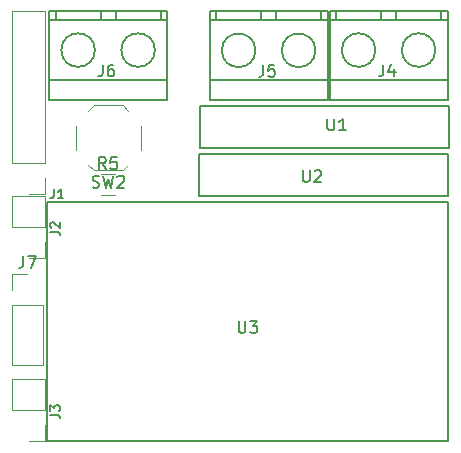
<source format=gbr>
G04 #@! TF.FileFunction,Legend,Top*
%FSLAX46Y46*%
G04 Gerber Fmt 4.6, Leading zero omitted, Abs format (unit mm)*
G04 Created by KiCad (PCBNEW 4.0.6) date Thursday, 20. September 2018 19:48:34*
%MOMM*%
%LPD*%
G01*
G04 APERTURE LIST*
%ADD10C,0.100000*%
%ADD11C,0.120000*%
%ADD12C,0.150000*%
G04 APERTURE END LIST*
D10*
D11*
X130168000Y-116459000D02*
X130168000Y-113799000D01*
X130168000Y-113799000D02*
X127388000Y-113799000D01*
X127388000Y-113799000D02*
X127388000Y-116459000D01*
X127388000Y-116459000D02*
X130168000Y-116459000D01*
X130168000Y-117729000D02*
X130168000Y-119119000D01*
X130168000Y-119119000D02*
X128778000Y-119119000D01*
X130168000Y-131953000D02*
X130168000Y-129293000D01*
X130168000Y-129293000D02*
X127388000Y-129293000D01*
X127388000Y-129293000D02*
X127388000Y-131953000D01*
X127388000Y-131953000D02*
X130168000Y-131953000D01*
X130168000Y-133223000D02*
X130168000Y-134613000D01*
X130168000Y-134613000D02*
X128778000Y-134613000D01*
X130168000Y-110998000D02*
X130168000Y-98178000D01*
X130168000Y-98178000D02*
X127388000Y-98178000D01*
X127388000Y-98178000D02*
X127388000Y-110998000D01*
X127388000Y-110998000D02*
X130168000Y-110998000D01*
X130168000Y-112268000D02*
X130168000Y-113658000D01*
X130168000Y-113658000D02*
X128778000Y-113658000D01*
X136083600Y-113757600D02*
X134883600Y-113757600D01*
X134883600Y-111997600D02*
X136083600Y-111997600D01*
X127346400Y-128177600D02*
X130006400Y-128177600D01*
X127346400Y-123037600D02*
X127346400Y-128177600D01*
X130006400Y-123037600D02*
X130006400Y-128177600D01*
X127346400Y-123037600D02*
X130006400Y-123037600D01*
X127346400Y-121767600D02*
X127346400Y-120437600D01*
X127346400Y-120437600D02*
X128676400Y-120437600D01*
D12*
X164363400Y-109728000D02*
X164363400Y-106172000D01*
X164363400Y-106172000D02*
X143281400Y-106172000D01*
X143281400Y-106172000D02*
X143281400Y-109728000D01*
X143281400Y-109728000D02*
X164363400Y-109728000D01*
X143230600Y-110286800D02*
X143230600Y-113842800D01*
X143230600Y-113842800D02*
X164312600Y-113842800D01*
X164312600Y-113842800D02*
X164312600Y-110286800D01*
X164312600Y-110286800D02*
X143230600Y-110286800D01*
D11*
X137234400Y-106615200D02*
X136784400Y-106165200D01*
X133834400Y-106615200D02*
X134284400Y-106165200D01*
X133834400Y-111215200D02*
X134284400Y-111665200D01*
X137234400Y-111215200D02*
X136784400Y-111665200D01*
X132784400Y-109915200D02*
X132784400Y-107915200D01*
X136784400Y-106165200D02*
X134284400Y-106165200D01*
X138284400Y-109915200D02*
X138284400Y-107915200D01*
X136784400Y-111665200D02*
X134284400Y-111665200D01*
D12*
X130320000Y-114360000D02*
X164320000Y-114360000D01*
X164320000Y-114360000D02*
X164320000Y-134560000D01*
X164320000Y-134560000D02*
X130320000Y-134560000D01*
X130320000Y-134560000D02*
X130320000Y-114360000D01*
X139954000Y-98933000D02*
X139954000Y-98173000D01*
X131064000Y-98933000D02*
X131064000Y-98173000D01*
X134874000Y-98933000D02*
X134874000Y-98173000D01*
X136144000Y-98933000D02*
X136144000Y-98173000D01*
X134388903Y-101473000D02*
G75*
G03X134388903Y-101473000I-1419903J0D01*
G01*
X139468903Y-101473000D02*
G75*
G03X139468903Y-101473000I-1419903J0D01*
G01*
X140509000Y-104013000D02*
X130509000Y-104013000D01*
X140509000Y-98933000D02*
X130509000Y-98933000D01*
X140509000Y-105673000D02*
X140509000Y-98173000D01*
X140509000Y-98173000D02*
X130509000Y-98173000D01*
X130509000Y-98173000D02*
X130509000Y-105673000D01*
X130509000Y-105673000D02*
X140509000Y-105673000D01*
X153543000Y-98958400D02*
X153543000Y-98198400D01*
X144653000Y-98958400D02*
X144653000Y-98198400D01*
X148463000Y-98958400D02*
X148463000Y-98198400D01*
X149733000Y-98958400D02*
X149733000Y-98198400D01*
X147977903Y-101498400D02*
G75*
G03X147977903Y-101498400I-1419903J0D01*
G01*
X153057903Y-101498400D02*
G75*
G03X153057903Y-101498400I-1419903J0D01*
G01*
X154098000Y-104038400D02*
X144098000Y-104038400D01*
X154098000Y-98958400D02*
X144098000Y-98958400D01*
X154098000Y-105698400D02*
X154098000Y-98198400D01*
X154098000Y-98198400D02*
X144098000Y-98198400D01*
X144098000Y-98198400D02*
X144098000Y-105698400D01*
X144098000Y-105698400D02*
X154098000Y-105698400D01*
X163703000Y-98933000D02*
X163703000Y-98173000D01*
X154813000Y-98933000D02*
X154813000Y-98173000D01*
X158623000Y-98933000D02*
X158623000Y-98173000D01*
X159893000Y-98933000D02*
X159893000Y-98173000D01*
X158137903Y-101473000D02*
G75*
G03X158137903Y-101473000I-1419903J0D01*
G01*
X163217903Y-101473000D02*
G75*
G03X163217903Y-101473000I-1419903J0D01*
G01*
X164258000Y-104013000D02*
X154258000Y-104013000D01*
X164258000Y-98933000D02*
X154258000Y-98933000D01*
X164258000Y-105673000D02*
X164258000Y-98173000D01*
X164258000Y-98173000D02*
X154258000Y-98173000D01*
X154258000Y-98173000D02*
X154258000Y-105673000D01*
X154258000Y-105673000D02*
X164258000Y-105673000D01*
X130625905Y-116852666D02*
X131197333Y-116852666D01*
X131311619Y-116890762D01*
X131387810Y-116966952D01*
X131425905Y-117081238D01*
X131425905Y-117157428D01*
X130702095Y-116509809D02*
X130664000Y-116471714D01*
X130625905Y-116395523D01*
X130625905Y-116205047D01*
X130664000Y-116128857D01*
X130702095Y-116090761D01*
X130778286Y-116052666D01*
X130854476Y-116052666D01*
X130968762Y-116090761D01*
X131425905Y-116547904D01*
X131425905Y-116052666D01*
X130625905Y-132346666D02*
X131197333Y-132346666D01*
X131311619Y-132384762D01*
X131387810Y-132460952D01*
X131425905Y-132575238D01*
X131425905Y-132651428D01*
X130625905Y-132041904D02*
X130625905Y-131546666D01*
X130930667Y-131813333D01*
X130930667Y-131699047D01*
X130968762Y-131622857D01*
X131006857Y-131584761D01*
X131083048Y-131546666D01*
X131273524Y-131546666D01*
X131349714Y-131584761D01*
X131387810Y-131622857D01*
X131425905Y-131699047D01*
X131425905Y-131927619D01*
X131387810Y-132003809D01*
X131349714Y-132041904D01*
X130924334Y-113226905D02*
X130924334Y-113798333D01*
X130886238Y-113912619D01*
X130810048Y-113988810D01*
X130695762Y-114026905D01*
X130619572Y-114026905D01*
X131724334Y-114026905D02*
X131267191Y-114026905D01*
X131495762Y-114026905D02*
X131495762Y-113226905D01*
X131419572Y-113341190D01*
X131343381Y-113417381D01*
X131267191Y-113455476D01*
X135316934Y-111551981D02*
X134983600Y-111075790D01*
X134745505Y-111551981D02*
X134745505Y-110551981D01*
X135126458Y-110551981D01*
X135221696Y-110599600D01*
X135269315Y-110647219D01*
X135316934Y-110742457D01*
X135316934Y-110885314D01*
X135269315Y-110980552D01*
X135221696Y-111028171D01*
X135126458Y-111075790D01*
X134745505Y-111075790D01*
X136221696Y-110551981D02*
X135745505Y-110551981D01*
X135697886Y-111028171D01*
X135745505Y-110980552D01*
X135840743Y-110932933D01*
X136078839Y-110932933D01*
X136174077Y-110980552D01*
X136221696Y-111028171D01*
X136269315Y-111123410D01*
X136269315Y-111361505D01*
X136221696Y-111456743D01*
X136174077Y-111504362D01*
X136078839Y-111551981D01*
X135840743Y-111551981D01*
X135745505Y-111504362D01*
X135697886Y-111456743D01*
X128343067Y-118889981D02*
X128343067Y-119604267D01*
X128295447Y-119747124D01*
X128200209Y-119842362D01*
X128057352Y-119889981D01*
X127962114Y-119889981D01*
X128724019Y-118889981D02*
X129390686Y-118889981D01*
X128962114Y-119889981D01*
X154076495Y-107275381D02*
X154076495Y-108084905D01*
X154124114Y-108180143D01*
X154171733Y-108227762D01*
X154266971Y-108275381D01*
X154457448Y-108275381D01*
X154552686Y-108227762D01*
X154600305Y-108180143D01*
X154647924Y-108084905D01*
X154647924Y-107275381D01*
X155647924Y-108275381D02*
X155076495Y-108275381D01*
X155362209Y-108275381D02*
X155362209Y-107275381D01*
X155266971Y-107418238D01*
X155171733Y-107513476D01*
X155076495Y-107561095D01*
X151993695Y-111644181D02*
X151993695Y-112453705D01*
X152041314Y-112548943D01*
X152088933Y-112596562D01*
X152184171Y-112644181D01*
X152374648Y-112644181D01*
X152469886Y-112596562D01*
X152517505Y-112548943D01*
X152565124Y-112453705D01*
X152565124Y-111644181D01*
X152993695Y-111739419D02*
X153041314Y-111691800D01*
X153136552Y-111644181D01*
X153374648Y-111644181D01*
X153469886Y-111691800D01*
X153517505Y-111739419D01*
X153565124Y-111834657D01*
X153565124Y-111929895D01*
X153517505Y-112072752D01*
X152946076Y-112644181D01*
X153565124Y-112644181D01*
X134201067Y-113069962D02*
X134343924Y-113117581D01*
X134582020Y-113117581D01*
X134677258Y-113069962D01*
X134724877Y-113022343D01*
X134772496Y-112927105D01*
X134772496Y-112831867D01*
X134724877Y-112736629D01*
X134677258Y-112689010D01*
X134582020Y-112641390D01*
X134391543Y-112593771D01*
X134296305Y-112546152D01*
X134248686Y-112498533D01*
X134201067Y-112403295D01*
X134201067Y-112308057D01*
X134248686Y-112212819D01*
X134296305Y-112165200D01*
X134391543Y-112117581D01*
X134629639Y-112117581D01*
X134772496Y-112165200D01*
X135105829Y-112117581D02*
X135343924Y-113117581D01*
X135534401Y-112403295D01*
X135724877Y-113117581D01*
X135962972Y-112117581D01*
X136296305Y-112212819D02*
X136343924Y-112165200D01*
X136439162Y-112117581D01*
X136677258Y-112117581D01*
X136772496Y-112165200D01*
X136820115Y-112212819D01*
X136867734Y-112308057D01*
X136867734Y-112403295D01*
X136820115Y-112546152D01*
X136248686Y-113117581D01*
X136867734Y-113117581D01*
X146558095Y-124412381D02*
X146558095Y-125221905D01*
X146605714Y-125317143D01*
X146653333Y-125364762D01*
X146748571Y-125412381D01*
X146939048Y-125412381D01*
X147034286Y-125364762D01*
X147081905Y-125317143D01*
X147129524Y-125221905D01*
X147129524Y-124412381D01*
X147510476Y-124412381D02*
X148129524Y-124412381D01*
X147796190Y-124793333D01*
X147939048Y-124793333D01*
X148034286Y-124840952D01*
X148081905Y-124888571D01*
X148129524Y-124983810D01*
X148129524Y-125221905D01*
X148081905Y-125317143D01*
X148034286Y-125364762D01*
X147939048Y-125412381D01*
X147653333Y-125412381D01*
X147558095Y-125364762D01*
X147510476Y-125317143D01*
X135048667Y-102703381D02*
X135048667Y-103417667D01*
X135001047Y-103560524D01*
X134905809Y-103655762D01*
X134762952Y-103703381D01*
X134667714Y-103703381D01*
X135953429Y-102703381D02*
X135762952Y-102703381D01*
X135667714Y-102751000D01*
X135620095Y-102798619D01*
X135524857Y-102941476D01*
X135477238Y-103131952D01*
X135477238Y-103512905D01*
X135524857Y-103608143D01*
X135572476Y-103655762D01*
X135667714Y-103703381D01*
X135858191Y-103703381D01*
X135953429Y-103655762D01*
X136001048Y-103608143D01*
X136048667Y-103512905D01*
X136048667Y-103274810D01*
X136001048Y-103179571D01*
X135953429Y-103131952D01*
X135858191Y-103084333D01*
X135667714Y-103084333D01*
X135572476Y-103131952D01*
X135524857Y-103179571D01*
X135477238Y-103274810D01*
X148637667Y-102728781D02*
X148637667Y-103443067D01*
X148590047Y-103585924D01*
X148494809Y-103681162D01*
X148351952Y-103728781D01*
X148256714Y-103728781D01*
X149590048Y-102728781D02*
X149113857Y-102728781D01*
X149066238Y-103204971D01*
X149113857Y-103157352D01*
X149209095Y-103109733D01*
X149447191Y-103109733D01*
X149542429Y-103157352D01*
X149590048Y-103204971D01*
X149637667Y-103300210D01*
X149637667Y-103538305D01*
X149590048Y-103633543D01*
X149542429Y-103681162D01*
X149447191Y-103728781D01*
X149209095Y-103728781D01*
X149113857Y-103681162D01*
X149066238Y-103633543D01*
X158797667Y-102703381D02*
X158797667Y-103417667D01*
X158750047Y-103560524D01*
X158654809Y-103655762D01*
X158511952Y-103703381D01*
X158416714Y-103703381D01*
X159702429Y-103036714D02*
X159702429Y-103703381D01*
X159464333Y-102655762D02*
X159226238Y-103370048D01*
X159845286Y-103370048D01*
M02*

</source>
